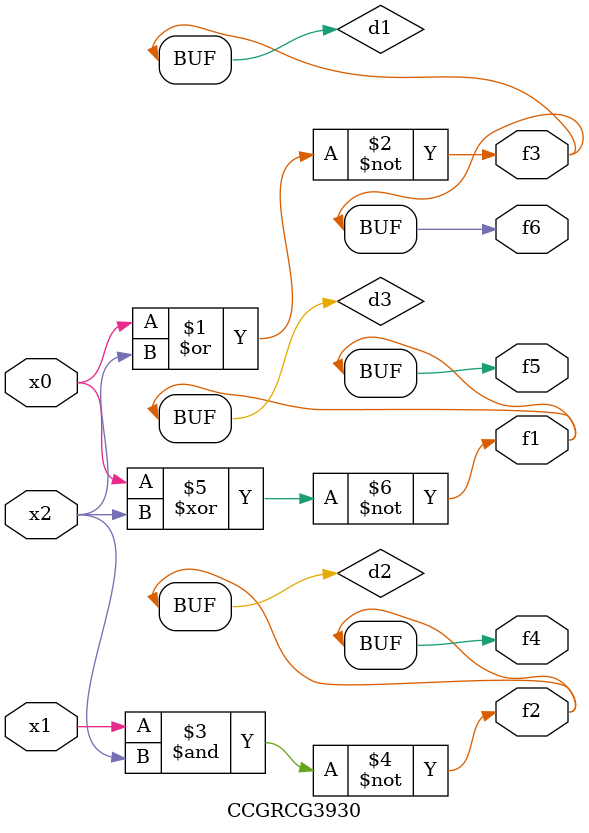
<source format=v>
module CCGRCG3930(
	input x0, x1, x2,
	output f1, f2, f3, f4, f5, f6
);

	wire d1, d2, d3;

	nor (d1, x0, x2);
	nand (d2, x1, x2);
	xnor (d3, x0, x2);
	assign f1 = d3;
	assign f2 = d2;
	assign f3 = d1;
	assign f4 = d2;
	assign f5 = d3;
	assign f6 = d1;
endmodule

</source>
